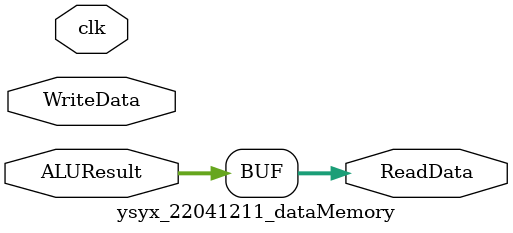
<source format=v>

module ysyx_22041211_dataMemory #(parameter DATA_LEN = 32, ADDR_LEN = 32,RESET_VAL = 32'h80000000)(
	input	[DATA_LEN - 1:0]			ALUResult	,
    input	                			WriteData	,
    input                               clk         ,
    output  [DATA_LEN - 1:0]			ReadData    	
);
    assign ReadData = ALUResult;
	
endmodule

</source>
